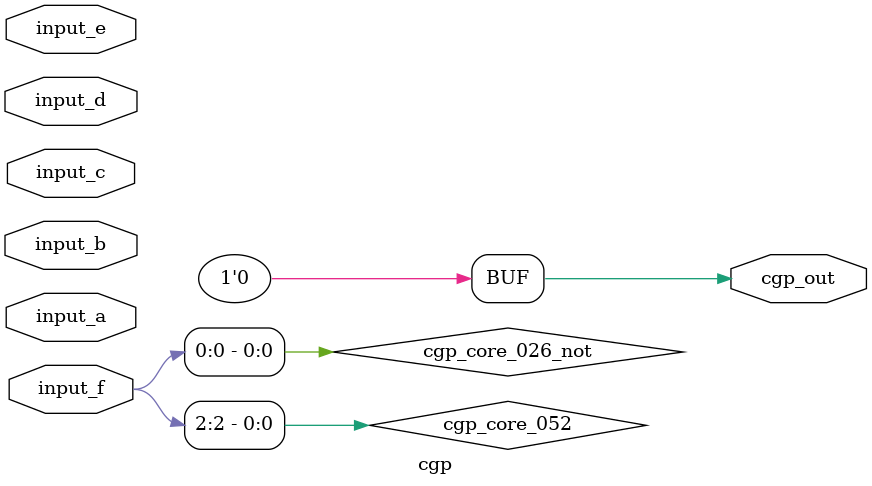
<source format=v>
module cgp(input [2:0] input_a, input [2:0] input_b, input [2:0] input_c, input [2:0] input_d, input [2:0] input_e, input [2:0] input_f, output [0:0] cgp_out);
  wire cgp_core_021;
  wire cgp_core_022;
  wire cgp_core_023;
  wire cgp_core_026_not;
  wire cgp_core_027;
  wire cgp_core_029;
  wire cgp_core_030;
  wire cgp_core_032;
  wire cgp_core_033;
  wire cgp_core_034;
  wire cgp_core_035;
  wire cgp_core_037;
  wire cgp_core_038;
  wire cgp_core_040;
  wire cgp_core_044;
  wire cgp_core_045;
  wire cgp_core_046;
  wire cgp_core_047;
  wire cgp_core_049;
  wire cgp_core_050;
  wire cgp_core_051;
  wire cgp_core_052;
  wire cgp_core_053;
  wire cgp_core_054;
  wire cgp_core_055;
  wire cgp_core_056;
  wire cgp_core_057;
  wire cgp_core_059_not;
  wire cgp_core_060;
  wire cgp_core_061;
  wire cgp_core_066;
  wire cgp_core_067;
  wire cgp_core_069;
  wire cgp_core_080;
  wire cgp_core_081;
  wire cgp_core_082;
  wire cgp_core_085;
  wire cgp_core_088;
  wire cgp_core_091;
  wire cgp_core_092;
  wire cgp_core_096;

  assign cgp_core_021 = input_e[1] & input_b[0];
  assign cgp_core_022 = input_e[1] ^ input_d[1];
  assign cgp_core_023 = ~input_f[0];
  assign cgp_core_026_not = ~cgp_core_023;
  assign cgp_core_027 = ~(input_d[2] | input_a[2]);
  assign cgp_core_029 = ~(input_c[2] & cgp_core_026_not);
  assign cgp_core_030 = input_d[2] & cgp_core_026_not;
  assign cgp_core_032 = input_e[2] | input_d[0];
  assign cgp_core_033 = input_c[0] & input_b[0];
  assign cgp_core_034 = input_c[1] ^ input_d[1];
  assign cgp_core_035 = ~(input_c[1] | input_a[1]);
  assign cgp_core_037 = input_d[2] | input_f[0];
  assign cgp_core_038 = ~(input_e[1] ^ cgp_core_037);
  assign cgp_core_040 = input_c[2] & input_d[1];
  assign cgp_core_044 = input_e[0] ^ input_f[0];
  assign cgp_core_045 = ~(input_e[0] ^ input_f[0]);
  assign cgp_core_046 = input_e[1] ^ input_f[1];
  assign cgp_core_047 = input_e[1] & input_f[1];
  assign cgp_core_049 = cgp_core_046 & cgp_core_045;
  assign cgp_core_050 = input_c[0] | input_f[2];
  assign cgp_core_051 = ~(input_f[0] ^ input_f[2]);
  assign cgp_core_052 = input_f[2] & input_f[2];
  assign cgp_core_053 = cgp_core_051 ^ cgp_core_050;
  assign cgp_core_054 = ~(input_e[2] | cgp_core_050);
  assign cgp_core_055 = ~(input_a[0] ^ cgp_core_054);
  assign cgp_core_056 = cgp_core_032 ^ cgp_core_044;
  assign cgp_core_057 = ~(cgp_core_032 & cgp_core_044);
  assign cgp_core_059_not = ~input_a[1];
  assign cgp_core_060 = input_c[2] ^ cgp_core_057;
  assign cgp_core_061 = input_a[0] | cgp_core_057;
  assign cgp_core_066 = input_d[1] | input_f[0];
  assign cgp_core_067 = input_b[2] | cgp_core_066;
  assign cgp_core_069 = ~(input_c[0] ^ cgp_core_055);
  assign cgp_core_080 = ~input_f[2];
  assign cgp_core_081 = input_f[2] & input_f[1];
  assign cgp_core_082 = input_f[1] & input_b[1];
  assign cgp_core_085 = cgp_core_060 & input_d[0];
  assign cgp_core_088 = ~(input_a[2] | cgp_core_060);
  assign cgp_core_091 = ~(input_a[2] ^ cgp_core_056);
  assign cgp_core_092 = input_e[0] & input_a[2];
  assign cgp_core_096 = cgp_core_092 ^ cgp_core_082;

  assign cgp_out[0] = 1'b0;
endmodule
</source>
